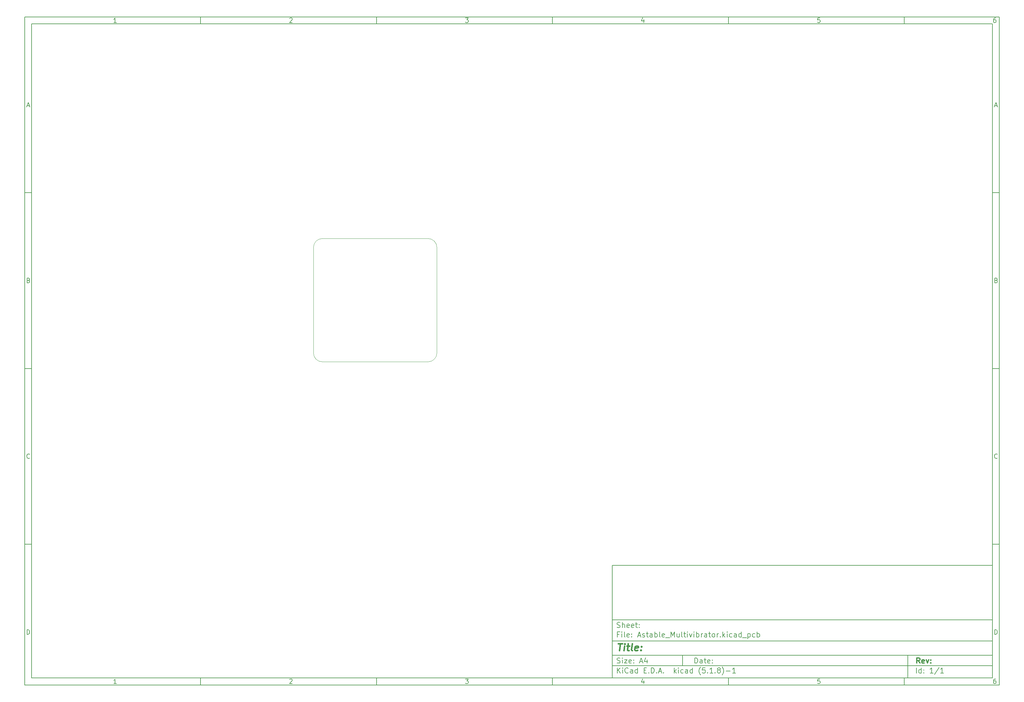
<source format=gm1>
%TF.GenerationSoftware,KiCad,Pcbnew,(5.1.8)-1*%
%TF.CreationDate,2021-07-18T16:23:35-07:00*%
%TF.ProjectId,Astable_Multivibrator,41737461-626c-4655-9f4d-756c74697669,rev?*%
%TF.SameCoordinates,Original*%
%TF.FileFunction,Profile,NP*%
%FSLAX46Y46*%
G04 Gerber Fmt 4.6, Leading zero omitted, Abs format (unit mm)*
G04 Created by KiCad (PCBNEW (5.1.8)-1) date 2021-07-18 16:23:35*
%MOMM*%
%LPD*%
G01*
G04 APERTURE LIST*
%ADD10C,0.100000*%
%ADD11C,0.150000*%
%ADD12C,0.300000*%
%ADD13C,0.400000*%
%TA.AperFunction,Profile*%
%ADD14C,0.050000*%
%TD*%
G04 APERTURE END LIST*
D10*
D11*
X177002200Y-166007200D02*
X177002200Y-198007200D01*
X285002200Y-198007200D01*
X285002200Y-166007200D01*
X177002200Y-166007200D01*
D10*
D11*
X10000000Y-10000000D02*
X10000000Y-200007200D01*
X287002200Y-200007200D01*
X287002200Y-10000000D01*
X10000000Y-10000000D01*
D10*
D11*
X12000000Y-12000000D02*
X12000000Y-198007200D01*
X285002200Y-198007200D01*
X285002200Y-12000000D01*
X12000000Y-12000000D01*
D10*
D11*
X60000000Y-12000000D02*
X60000000Y-10000000D01*
D10*
D11*
X110000000Y-12000000D02*
X110000000Y-10000000D01*
D10*
D11*
X160000000Y-12000000D02*
X160000000Y-10000000D01*
D10*
D11*
X210000000Y-12000000D02*
X210000000Y-10000000D01*
D10*
D11*
X260000000Y-12000000D02*
X260000000Y-10000000D01*
D10*
D11*
X36065476Y-11588095D02*
X35322619Y-11588095D01*
X35694047Y-11588095D02*
X35694047Y-10288095D01*
X35570238Y-10473809D01*
X35446428Y-10597619D01*
X35322619Y-10659523D01*
D10*
D11*
X85322619Y-10411904D02*
X85384523Y-10350000D01*
X85508333Y-10288095D01*
X85817857Y-10288095D01*
X85941666Y-10350000D01*
X86003571Y-10411904D01*
X86065476Y-10535714D01*
X86065476Y-10659523D01*
X86003571Y-10845238D01*
X85260714Y-11588095D01*
X86065476Y-11588095D01*
D10*
D11*
X135260714Y-10288095D02*
X136065476Y-10288095D01*
X135632142Y-10783333D01*
X135817857Y-10783333D01*
X135941666Y-10845238D01*
X136003571Y-10907142D01*
X136065476Y-11030952D01*
X136065476Y-11340476D01*
X136003571Y-11464285D01*
X135941666Y-11526190D01*
X135817857Y-11588095D01*
X135446428Y-11588095D01*
X135322619Y-11526190D01*
X135260714Y-11464285D01*
D10*
D11*
X185941666Y-10721428D02*
X185941666Y-11588095D01*
X185632142Y-10226190D02*
X185322619Y-11154761D01*
X186127380Y-11154761D01*
D10*
D11*
X236003571Y-10288095D02*
X235384523Y-10288095D01*
X235322619Y-10907142D01*
X235384523Y-10845238D01*
X235508333Y-10783333D01*
X235817857Y-10783333D01*
X235941666Y-10845238D01*
X236003571Y-10907142D01*
X236065476Y-11030952D01*
X236065476Y-11340476D01*
X236003571Y-11464285D01*
X235941666Y-11526190D01*
X235817857Y-11588095D01*
X235508333Y-11588095D01*
X235384523Y-11526190D01*
X235322619Y-11464285D01*
D10*
D11*
X285941666Y-10288095D02*
X285694047Y-10288095D01*
X285570238Y-10350000D01*
X285508333Y-10411904D01*
X285384523Y-10597619D01*
X285322619Y-10845238D01*
X285322619Y-11340476D01*
X285384523Y-11464285D01*
X285446428Y-11526190D01*
X285570238Y-11588095D01*
X285817857Y-11588095D01*
X285941666Y-11526190D01*
X286003571Y-11464285D01*
X286065476Y-11340476D01*
X286065476Y-11030952D01*
X286003571Y-10907142D01*
X285941666Y-10845238D01*
X285817857Y-10783333D01*
X285570238Y-10783333D01*
X285446428Y-10845238D01*
X285384523Y-10907142D01*
X285322619Y-11030952D01*
D10*
D11*
X60000000Y-198007200D02*
X60000000Y-200007200D01*
D10*
D11*
X110000000Y-198007200D02*
X110000000Y-200007200D01*
D10*
D11*
X160000000Y-198007200D02*
X160000000Y-200007200D01*
D10*
D11*
X210000000Y-198007200D02*
X210000000Y-200007200D01*
D10*
D11*
X260000000Y-198007200D02*
X260000000Y-200007200D01*
D10*
D11*
X36065476Y-199595295D02*
X35322619Y-199595295D01*
X35694047Y-199595295D02*
X35694047Y-198295295D01*
X35570238Y-198481009D01*
X35446428Y-198604819D01*
X35322619Y-198666723D01*
D10*
D11*
X85322619Y-198419104D02*
X85384523Y-198357200D01*
X85508333Y-198295295D01*
X85817857Y-198295295D01*
X85941666Y-198357200D01*
X86003571Y-198419104D01*
X86065476Y-198542914D01*
X86065476Y-198666723D01*
X86003571Y-198852438D01*
X85260714Y-199595295D01*
X86065476Y-199595295D01*
D10*
D11*
X135260714Y-198295295D02*
X136065476Y-198295295D01*
X135632142Y-198790533D01*
X135817857Y-198790533D01*
X135941666Y-198852438D01*
X136003571Y-198914342D01*
X136065476Y-199038152D01*
X136065476Y-199347676D01*
X136003571Y-199471485D01*
X135941666Y-199533390D01*
X135817857Y-199595295D01*
X135446428Y-199595295D01*
X135322619Y-199533390D01*
X135260714Y-199471485D01*
D10*
D11*
X185941666Y-198728628D02*
X185941666Y-199595295D01*
X185632142Y-198233390D02*
X185322619Y-199161961D01*
X186127380Y-199161961D01*
D10*
D11*
X236003571Y-198295295D02*
X235384523Y-198295295D01*
X235322619Y-198914342D01*
X235384523Y-198852438D01*
X235508333Y-198790533D01*
X235817857Y-198790533D01*
X235941666Y-198852438D01*
X236003571Y-198914342D01*
X236065476Y-199038152D01*
X236065476Y-199347676D01*
X236003571Y-199471485D01*
X235941666Y-199533390D01*
X235817857Y-199595295D01*
X235508333Y-199595295D01*
X235384523Y-199533390D01*
X235322619Y-199471485D01*
D10*
D11*
X285941666Y-198295295D02*
X285694047Y-198295295D01*
X285570238Y-198357200D01*
X285508333Y-198419104D01*
X285384523Y-198604819D01*
X285322619Y-198852438D01*
X285322619Y-199347676D01*
X285384523Y-199471485D01*
X285446428Y-199533390D01*
X285570238Y-199595295D01*
X285817857Y-199595295D01*
X285941666Y-199533390D01*
X286003571Y-199471485D01*
X286065476Y-199347676D01*
X286065476Y-199038152D01*
X286003571Y-198914342D01*
X285941666Y-198852438D01*
X285817857Y-198790533D01*
X285570238Y-198790533D01*
X285446428Y-198852438D01*
X285384523Y-198914342D01*
X285322619Y-199038152D01*
D10*
D11*
X10000000Y-60000000D02*
X12000000Y-60000000D01*
D10*
D11*
X10000000Y-110000000D02*
X12000000Y-110000000D01*
D10*
D11*
X10000000Y-160000000D02*
X12000000Y-160000000D01*
D10*
D11*
X10690476Y-35216666D02*
X11309523Y-35216666D01*
X10566666Y-35588095D02*
X11000000Y-34288095D01*
X11433333Y-35588095D01*
D10*
D11*
X11092857Y-84907142D02*
X11278571Y-84969047D01*
X11340476Y-85030952D01*
X11402380Y-85154761D01*
X11402380Y-85340476D01*
X11340476Y-85464285D01*
X11278571Y-85526190D01*
X11154761Y-85588095D01*
X10659523Y-85588095D01*
X10659523Y-84288095D01*
X11092857Y-84288095D01*
X11216666Y-84350000D01*
X11278571Y-84411904D01*
X11340476Y-84535714D01*
X11340476Y-84659523D01*
X11278571Y-84783333D01*
X11216666Y-84845238D01*
X11092857Y-84907142D01*
X10659523Y-84907142D01*
D10*
D11*
X11402380Y-135464285D02*
X11340476Y-135526190D01*
X11154761Y-135588095D01*
X11030952Y-135588095D01*
X10845238Y-135526190D01*
X10721428Y-135402380D01*
X10659523Y-135278571D01*
X10597619Y-135030952D01*
X10597619Y-134845238D01*
X10659523Y-134597619D01*
X10721428Y-134473809D01*
X10845238Y-134350000D01*
X11030952Y-134288095D01*
X11154761Y-134288095D01*
X11340476Y-134350000D01*
X11402380Y-134411904D01*
D10*
D11*
X10659523Y-185588095D02*
X10659523Y-184288095D01*
X10969047Y-184288095D01*
X11154761Y-184350000D01*
X11278571Y-184473809D01*
X11340476Y-184597619D01*
X11402380Y-184845238D01*
X11402380Y-185030952D01*
X11340476Y-185278571D01*
X11278571Y-185402380D01*
X11154761Y-185526190D01*
X10969047Y-185588095D01*
X10659523Y-185588095D01*
D10*
D11*
X287002200Y-60000000D02*
X285002200Y-60000000D01*
D10*
D11*
X287002200Y-110000000D02*
X285002200Y-110000000D01*
D10*
D11*
X287002200Y-160000000D02*
X285002200Y-160000000D01*
D10*
D11*
X285692676Y-35216666D02*
X286311723Y-35216666D01*
X285568866Y-35588095D02*
X286002200Y-34288095D01*
X286435533Y-35588095D01*
D10*
D11*
X286095057Y-84907142D02*
X286280771Y-84969047D01*
X286342676Y-85030952D01*
X286404580Y-85154761D01*
X286404580Y-85340476D01*
X286342676Y-85464285D01*
X286280771Y-85526190D01*
X286156961Y-85588095D01*
X285661723Y-85588095D01*
X285661723Y-84288095D01*
X286095057Y-84288095D01*
X286218866Y-84350000D01*
X286280771Y-84411904D01*
X286342676Y-84535714D01*
X286342676Y-84659523D01*
X286280771Y-84783333D01*
X286218866Y-84845238D01*
X286095057Y-84907142D01*
X285661723Y-84907142D01*
D10*
D11*
X286404580Y-135464285D02*
X286342676Y-135526190D01*
X286156961Y-135588095D01*
X286033152Y-135588095D01*
X285847438Y-135526190D01*
X285723628Y-135402380D01*
X285661723Y-135278571D01*
X285599819Y-135030952D01*
X285599819Y-134845238D01*
X285661723Y-134597619D01*
X285723628Y-134473809D01*
X285847438Y-134350000D01*
X286033152Y-134288095D01*
X286156961Y-134288095D01*
X286342676Y-134350000D01*
X286404580Y-134411904D01*
D10*
D11*
X285661723Y-185588095D02*
X285661723Y-184288095D01*
X285971247Y-184288095D01*
X286156961Y-184350000D01*
X286280771Y-184473809D01*
X286342676Y-184597619D01*
X286404580Y-184845238D01*
X286404580Y-185030952D01*
X286342676Y-185278571D01*
X286280771Y-185402380D01*
X286156961Y-185526190D01*
X285971247Y-185588095D01*
X285661723Y-185588095D01*
D10*
D11*
X200434342Y-193785771D02*
X200434342Y-192285771D01*
X200791485Y-192285771D01*
X201005771Y-192357200D01*
X201148628Y-192500057D01*
X201220057Y-192642914D01*
X201291485Y-192928628D01*
X201291485Y-193142914D01*
X201220057Y-193428628D01*
X201148628Y-193571485D01*
X201005771Y-193714342D01*
X200791485Y-193785771D01*
X200434342Y-193785771D01*
X202577200Y-193785771D02*
X202577200Y-193000057D01*
X202505771Y-192857200D01*
X202362914Y-192785771D01*
X202077200Y-192785771D01*
X201934342Y-192857200D01*
X202577200Y-193714342D02*
X202434342Y-193785771D01*
X202077200Y-193785771D01*
X201934342Y-193714342D01*
X201862914Y-193571485D01*
X201862914Y-193428628D01*
X201934342Y-193285771D01*
X202077200Y-193214342D01*
X202434342Y-193214342D01*
X202577200Y-193142914D01*
X203077200Y-192785771D02*
X203648628Y-192785771D01*
X203291485Y-192285771D02*
X203291485Y-193571485D01*
X203362914Y-193714342D01*
X203505771Y-193785771D01*
X203648628Y-193785771D01*
X204720057Y-193714342D02*
X204577200Y-193785771D01*
X204291485Y-193785771D01*
X204148628Y-193714342D01*
X204077200Y-193571485D01*
X204077200Y-193000057D01*
X204148628Y-192857200D01*
X204291485Y-192785771D01*
X204577200Y-192785771D01*
X204720057Y-192857200D01*
X204791485Y-193000057D01*
X204791485Y-193142914D01*
X204077200Y-193285771D01*
X205434342Y-193642914D02*
X205505771Y-193714342D01*
X205434342Y-193785771D01*
X205362914Y-193714342D01*
X205434342Y-193642914D01*
X205434342Y-193785771D01*
X205434342Y-192857200D02*
X205505771Y-192928628D01*
X205434342Y-193000057D01*
X205362914Y-192928628D01*
X205434342Y-192857200D01*
X205434342Y-193000057D01*
D10*
D11*
X177002200Y-194507200D02*
X285002200Y-194507200D01*
D10*
D11*
X178434342Y-196585771D02*
X178434342Y-195085771D01*
X179291485Y-196585771D02*
X178648628Y-195728628D01*
X179291485Y-195085771D02*
X178434342Y-195942914D01*
X179934342Y-196585771D02*
X179934342Y-195585771D01*
X179934342Y-195085771D02*
X179862914Y-195157200D01*
X179934342Y-195228628D01*
X180005771Y-195157200D01*
X179934342Y-195085771D01*
X179934342Y-195228628D01*
X181505771Y-196442914D02*
X181434342Y-196514342D01*
X181220057Y-196585771D01*
X181077200Y-196585771D01*
X180862914Y-196514342D01*
X180720057Y-196371485D01*
X180648628Y-196228628D01*
X180577200Y-195942914D01*
X180577200Y-195728628D01*
X180648628Y-195442914D01*
X180720057Y-195300057D01*
X180862914Y-195157200D01*
X181077200Y-195085771D01*
X181220057Y-195085771D01*
X181434342Y-195157200D01*
X181505771Y-195228628D01*
X182791485Y-196585771D02*
X182791485Y-195800057D01*
X182720057Y-195657200D01*
X182577200Y-195585771D01*
X182291485Y-195585771D01*
X182148628Y-195657200D01*
X182791485Y-196514342D02*
X182648628Y-196585771D01*
X182291485Y-196585771D01*
X182148628Y-196514342D01*
X182077200Y-196371485D01*
X182077200Y-196228628D01*
X182148628Y-196085771D01*
X182291485Y-196014342D01*
X182648628Y-196014342D01*
X182791485Y-195942914D01*
X184148628Y-196585771D02*
X184148628Y-195085771D01*
X184148628Y-196514342D02*
X184005771Y-196585771D01*
X183720057Y-196585771D01*
X183577200Y-196514342D01*
X183505771Y-196442914D01*
X183434342Y-196300057D01*
X183434342Y-195871485D01*
X183505771Y-195728628D01*
X183577200Y-195657200D01*
X183720057Y-195585771D01*
X184005771Y-195585771D01*
X184148628Y-195657200D01*
X186005771Y-195800057D02*
X186505771Y-195800057D01*
X186720057Y-196585771D02*
X186005771Y-196585771D01*
X186005771Y-195085771D01*
X186720057Y-195085771D01*
X187362914Y-196442914D02*
X187434342Y-196514342D01*
X187362914Y-196585771D01*
X187291485Y-196514342D01*
X187362914Y-196442914D01*
X187362914Y-196585771D01*
X188077200Y-196585771D02*
X188077200Y-195085771D01*
X188434342Y-195085771D01*
X188648628Y-195157200D01*
X188791485Y-195300057D01*
X188862914Y-195442914D01*
X188934342Y-195728628D01*
X188934342Y-195942914D01*
X188862914Y-196228628D01*
X188791485Y-196371485D01*
X188648628Y-196514342D01*
X188434342Y-196585771D01*
X188077200Y-196585771D01*
X189577200Y-196442914D02*
X189648628Y-196514342D01*
X189577200Y-196585771D01*
X189505771Y-196514342D01*
X189577200Y-196442914D01*
X189577200Y-196585771D01*
X190220057Y-196157200D02*
X190934342Y-196157200D01*
X190077200Y-196585771D02*
X190577200Y-195085771D01*
X191077200Y-196585771D01*
X191577200Y-196442914D02*
X191648628Y-196514342D01*
X191577200Y-196585771D01*
X191505771Y-196514342D01*
X191577200Y-196442914D01*
X191577200Y-196585771D01*
X194577200Y-196585771D02*
X194577200Y-195085771D01*
X194720057Y-196014342D02*
X195148628Y-196585771D01*
X195148628Y-195585771D02*
X194577200Y-196157200D01*
X195791485Y-196585771D02*
X195791485Y-195585771D01*
X195791485Y-195085771D02*
X195720057Y-195157200D01*
X195791485Y-195228628D01*
X195862914Y-195157200D01*
X195791485Y-195085771D01*
X195791485Y-195228628D01*
X197148628Y-196514342D02*
X197005771Y-196585771D01*
X196720057Y-196585771D01*
X196577200Y-196514342D01*
X196505771Y-196442914D01*
X196434342Y-196300057D01*
X196434342Y-195871485D01*
X196505771Y-195728628D01*
X196577200Y-195657200D01*
X196720057Y-195585771D01*
X197005771Y-195585771D01*
X197148628Y-195657200D01*
X198434342Y-196585771D02*
X198434342Y-195800057D01*
X198362914Y-195657200D01*
X198220057Y-195585771D01*
X197934342Y-195585771D01*
X197791485Y-195657200D01*
X198434342Y-196514342D02*
X198291485Y-196585771D01*
X197934342Y-196585771D01*
X197791485Y-196514342D01*
X197720057Y-196371485D01*
X197720057Y-196228628D01*
X197791485Y-196085771D01*
X197934342Y-196014342D01*
X198291485Y-196014342D01*
X198434342Y-195942914D01*
X199791485Y-196585771D02*
X199791485Y-195085771D01*
X199791485Y-196514342D02*
X199648628Y-196585771D01*
X199362914Y-196585771D01*
X199220057Y-196514342D01*
X199148628Y-196442914D01*
X199077200Y-196300057D01*
X199077200Y-195871485D01*
X199148628Y-195728628D01*
X199220057Y-195657200D01*
X199362914Y-195585771D01*
X199648628Y-195585771D01*
X199791485Y-195657200D01*
X202077200Y-197157200D02*
X202005771Y-197085771D01*
X201862914Y-196871485D01*
X201791485Y-196728628D01*
X201720057Y-196514342D01*
X201648628Y-196157200D01*
X201648628Y-195871485D01*
X201720057Y-195514342D01*
X201791485Y-195300057D01*
X201862914Y-195157200D01*
X202005771Y-194942914D01*
X202077200Y-194871485D01*
X203362914Y-195085771D02*
X202648628Y-195085771D01*
X202577200Y-195800057D01*
X202648628Y-195728628D01*
X202791485Y-195657200D01*
X203148628Y-195657200D01*
X203291485Y-195728628D01*
X203362914Y-195800057D01*
X203434342Y-195942914D01*
X203434342Y-196300057D01*
X203362914Y-196442914D01*
X203291485Y-196514342D01*
X203148628Y-196585771D01*
X202791485Y-196585771D01*
X202648628Y-196514342D01*
X202577200Y-196442914D01*
X204077200Y-196442914D02*
X204148628Y-196514342D01*
X204077200Y-196585771D01*
X204005771Y-196514342D01*
X204077200Y-196442914D01*
X204077200Y-196585771D01*
X205577200Y-196585771D02*
X204720057Y-196585771D01*
X205148628Y-196585771D02*
X205148628Y-195085771D01*
X205005771Y-195300057D01*
X204862914Y-195442914D01*
X204720057Y-195514342D01*
X206220057Y-196442914D02*
X206291485Y-196514342D01*
X206220057Y-196585771D01*
X206148628Y-196514342D01*
X206220057Y-196442914D01*
X206220057Y-196585771D01*
X207148628Y-195728628D02*
X207005771Y-195657200D01*
X206934342Y-195585771D01*
X206862914Y-195442914D01*
X206862914Y-195371485D01*
X206934342Y-195228628D01*
X207005771Y-195157200D01*
X207148628Y-195085771D01*
X207434342Y-195085771D01*
X207577200Y-195157200D01*
X207648628Y-195228628D01*
X207720057Y-195371485D01*
X207720057Y-195442914D01*
X207648628Y-195585771D01*
X207577200Y-195657200D01*
X207434342Y-195728628D01*
X207148628Y-195728628D01*
X207005771Y-195800057D01*
X206934342Y-195871485D01*
X206862914Y-196014342D01*
X206862914Y-196300057D01*
X206934342Y-196442914D01*
X207005771Y-196514342D01*
X207148628Y-196585771D01*
X207434342Y-196585771D01*
X207577200Y-196514342D01*
X207648628Y-196442914D01*
X207720057Y-196300057D01*
X207720057Y-196014342D01*
X207648628Y-195871485D01*
X207577200Y-195800057D01*
X207434342Y-195728628D01*
X208220057Y-197157200D02*
X208291485Y-197085771D01*
X208434342Y-196871485D01*
X208505771Y-196728628D01*
X208577200Y-196514342D01*
X208648628Y-196157200D01*
X208648628Y-195871485D01*
X208577200Y-195514342D01*
X208505771Y-195300057D01*
X208434342Y-195157200D01*
X208291485Y-194942914D01*
X208220057Y-194871485D01*
X209362914Y-196014342D02*
X210505771Y-196014342D01*
X212005771Y-196585771D02*
X211148628Y-196585771D01*
X211577200Y-196585771D02*
X211577200Y-195085771D01*
X211434342Y-195300057D01*
X211291485Y-195442914D01*
X211148628Y-195514342D01*
D10*
D11*
X177002200Y-191507200D02*
X285002200Y-191507200D01*
D10*
D12*
X264411485Y-193785771D02*
X263911485Y-193071485D01*
X263554342Y-193785771D02*
X263554342Y-192285771D01*
X264125771Y-192285771D01*
X264268628Y-192357200D01*
X264340057Y-192428628D01*
X264411485Y-192571485D01*
X264411485Y-192785771D01*
X264340057Y-192928628D01*
X264268628Y-193000057D01*
X264125771Y-193071485D01*
X263554342Y-193071485D01*
X265625771Y-193714342D02*
X265482914Y-193785771D01*
X265197200Y-193785771D01*
X265054342Y-193714342D01*
X264982914Y-193571485D01*
X264982914Y-193000057D01*
X265054342Y-192857200D01*
X265197200Y-192785771D01*
X265482914Y-192785771D01*
X265625771Y-192857200D01*
X265697200Y-193000057D01*
X265697200Y-193142914D01*
X264982914Y-193285771D01*
X266197200Y-192785771D02*
X266554342Y-193785771D01*
X266911485Y-192785771D01*
X267482914Y-193642914D02*
X267554342Y-193714342D01*
X267482914Y-193785771D01*
X267411485Y-193714342D01*
X267482914Y-193642914D01*
X267482914Y-193785771D01*
X267482914Y-192857200D02*
X267554342Y-192928628D01*
X267482914Y-193000057D01*
X267411485Y-192928628D01*
X267482914Y-192857200D01*
X267482914Y-193000057D01*
D10*
D11*
X178362914Y-193714342D02*
X178577200Y-193785771D01*
X178934342Y-193785771D01*
X179077200Y-193714342D01*
X179148628Y-193642914D01*
X179220057Y-193500057D01*
X179220057Y-193357200D01*
X179148628Y-193214342D01*
X179077200Y-193142914D01*
X178934342Y-193071485D01*
X178648628Y-193000057D01*
X178505771Y-192928628D01*
X178434342Y-192857200D01*
X178362914Y-192714342D01*
X178362914Y-192571485D01*
X178434342Y-192428628D01*
X178505771Y-192357200D01*
X178648628Y-192285771D01*
X179005771Y-192285771D01*
X179220057Y-192357200D01*
X179862914Y-193785771D02*
X179862914Y-192785771D01*
X179862914Y-192285771D02*
X179791485Y-192357200D01*
X179862914Y-192428628D01*
X179934342Y-192357200D01*
X179862914Y-192285771D01*
X179862914Y-192428628D01*
X180434342Y-192785771D02*
X181220057Y-192785771D01*
X180434342Y-193785771D01*
X181220057Y-193785771D01*
X182362914Y-193714342D02*
X182220057Y-193785771D01*
X181934342Y-193785771D01*
X181791485Y-193714342D01*
X181720057Y-193571485D01*
X181720057Y-193000057D01*
X181791485Y-192857200D01*
X181934342Y-192785771D01*
X182220057Y-192785771D01*
X182362914Y-192857200D01*
X182434342Y-193000057D01*
X182434342Y-193142914D01*
X181720057Y-193285771D01*
X183077200Y-193642914D02*
X183148628Y-193714342D01*
X183077200Y-193785771D01*
X183005771Y-193714342D01*
X183077200Y-193642914D01*
X183077200Y-193785771D01*
X183077200Y-192857200D02*
X183148628Y-192928628D01*
X183077200Y-193000057D01*
X183005771Y-192928628D01*
X183077200Y-192857200D01*
X183077200Y-193000057D01*
X184862914Y-193357200D02*
X185577200Y-193357200D01*
X184720057Y-193785771D02*
X185220057Y-192285771D01*
X185720057Y-193785771D01*
X186862914Y-192785771D02*
X186862914Y-193785771D01*
X186505771Y-192214342D02*
X186148628Y-193285771D01*
X187077200Y-193285771D01*
D10*
D11*
X263434342Y-196585771D02*
X263434342Y-195085771D01*
X264791485Y-196585771D02*
X264791485Y-195085771D01*
X264791485Y-196514342D02*
X264648628Y-196585771D01*
X264362914Y-196585771D01*
X264220057Y-196514342D01*
X264148628Y-196442914D01*
X264077200Y-196300057D01*
X264077200Y-195871485D01*
X264148628Y-195728628D01*
X264220057Y-195657200D01*
X264362914Y-195585771D01*
X264648628Y-195585771D01*
X264791485Y-195657200D01*
X265505771Y-196442914D02*
X265577200Y-196514342D01*
X265505771Y-196585771D01*
X265434342Y-196514342D01*
X265505771Y-196442914D01*
X265505771Y-196585771D01*
X265505771Y-195657200D02*
X265577200Y-195728628D01*
X265505771Y-195800057D01*
X265434342Y-195728628D01*
X265505771Y-195657200D01*
X265505771Y-195800057D01*
X268148628Y-196585771D02*
X267291485Y-196585771D01*
X267720057Y-196585771D02*
X267720057Y-195085771D01*
X267577200Y-195300057D01*
X267434342Y-195442914D01*
X267291485Y-195514342D01*
X269862914Y-195014342D02*
X268577200Y-196942914D01*
X271148628Y-196585771D02*
X270291485Y-196585771D01*
X270720057Y-196585771D02*
X270720057Y-195085771D01*
X270577200Y-195300057D01*
X270434342Y-195442914D01*
X270291485Y-195514342D01*
D10*
D11*
X177002200Y-187507200D02*
X285002200Y-187507200D01*
D10*
D13*
X178714580Y-188211961D02*
X179857438Y-188211961D01*
X179036009Y-190211961D02*
X179286009Y-188211961D01*
X180274104Y-190211961D02*
X180440771Y-188878628D01*
X180524104Y-188211961D02*
X180416961Y-188307200D01*
X180500295Y-188402438D01*
X180607438Y-188307200D01*
X180524104Y-188211961D01*
X180500295Y-188402438D01*
X181107438Y-188878628D02*
X181869342Y-188878628D01*
X181476485Y-188211961D02*
X181262200Y-189926247D01*
X181333628Y-190116723D01*
X181512200Y-190211961D01*
X181702676Y-190211961D01*
X182655057Y-190211961D02*
X182476485Y-190116723D01*
X182405057Y-189926247D01*
X182619342Y-188211961D01*
X184190771Y-190116723D02*
X183988390Y-190211961D01*
X183607438Y-190211961D01*
X183428866Y-190116723D01*
X183357438Y-189926247D01*
X183452676Y-189164342D01*
X183571723Y-188973866D01*
X183774104Y-188878628D01*
X184155057Y-188878628D01*
X184333628Y-188973866D01*
X184405057Y-189164342D01*
X184381247Y-189354819D01*
X183405057Y-189545295D01*
X185155057Y-190021485D02*
X185238390Y-190116723D01*
X185131247Y-190211961D01*
X185047914Y-190116723D01*
X185155057Y-190021485D01*
X185131247Y-190211961D01*
X185286009Y-188973866D02*
X185369342Y-189069104D01*
X185262200Y-189164342D01*
X185178866Y-189069104D01*
X185286009Y-188973866D01*
X185262200Y-189164342D01*
D10*
D11*
X178934342Y-185600057D02*
X178434342Y-185600057D01*
X178434342Y-186385771D02*
X178434342Y-184885771D01*
X179148628Y-184885771D01*
X179720057Y-186385771D02*
X179720057Y-185385771D01*
X179720057Y-184885771D02*
X179648628Y-184957200D01*
X179720057Y-185028628D01*
X179791485Y-184957200D01*
X179720057Y-184885771D01*
X179720057Y-185028628D01*
X180648628Y-186385771D02*
X180505771Y-186314342D01*
X180434342Y-186171485D01*
X180434342Y-184885771D01*
X181791485Y-186314342D02*
X181648628Y-186385771D01*
X181362914Y-186385771D01*
X181220057Y-186314342D01*
X181148628Y-186171485D01*
X181148628Y-185600057D01*
X181220057Y-185457200D01*
X181362914Y-185385771D01*
X181648628Y-185385771D01*
X181791485Y-185457200D01*
X181862914Y-185600057D01*
X181862914Y-185742914D01*
X181148628Y-185885771D01*
X182505771Y-186242914D02*
X182577200Y-186314342D01*
X182505771Y-186385771D01*
X182434342Y-186314342D01*
X182505771Y-186242914D01*
X182505771Y-186385771D01*
X182505771Y-185457200D02*
X182577200Y-185528628D01*
X182505771Y-185600057D01*
X182434342Y-185528628D01*
X182505771Y-185457200D01*
X182505771Y-185600057D01*
X184291485Y-185957200D02*
X185005771Y-185957200D01*
X184148628Y-186385771D02*
X184648628Y-184885771D01*
X185148628Y-186385771D01*
X185577200Y-186314342D02*
X185720057Y-186385771D01*
X186005771Y-186385771D01*
X186148628Y-186314342D01*
X186220057Y-186171485D01*
X186220057Y-186100057D01*
X186148628Y-185957200D01*
X186005771Y-185885771D01*
X185791485Y-185885771D01*
X185648628Y-185814342D01*
X185577200Y-185671485D01*
X185577200Y-185600057D01*
X185648628Y-185457200D01*
X185791485Y-185385771D01*
X186005771Y-185385771D01*
X186148628Y-185457200D01*
X186648628Y-185385771D02*
X187220057Y-185385771D01*
X186862914Y-184885771D02*
X186862914Y-186171485D01*
X186934342Y-186314342D01*
X187077200Y-186385771D01*
X187220057Y-186385771D01*
X188362914Y-186385771D02*
X188362914Y-185600057D01*
X188291485Y-185457200D01*
X188148628Y-185385771D01*
X187862914Y-185385771D01*
X187720057Y-185457200D01*
X188362914Y-186314342D02*
X188220057Y-186385771D01*
X187862914Y-186385771D01*
X187720057Y-186314342D01*
X187648628Y-186171485D01*
X187648628Y-186028628D01*
X187720057Y-185885771D01*
X187862914Y-185814342D01*
X188220057Y-185814342D01*
X188362914Y-185742914D01*
X189077200Y-186385771D02*
X189077200Y-184885771D01*
X189077200Y-185457200D02*
X189220057Y-185385771D01*
X189505771Y-185385771D01*
X189648628Y-185457200D01*
X189720057Y-185528628D01*
X189791485Y-185671485D01*
X189791485Y-186100057D01*
X189720057Y-186242914D01*
X189648628Y-186314342D01*
X189505771Y-186385771D01*
X189220057Y-186385771D01*
X189077200Y-186314342D01*
X190648628Y-186385771D02*
X190505771Y-186314342D01*
X190434342Y-186171485D01*
X190434342Y-184885771D01*
X191791485Y-186314342D02*
X191648628Y-186385771D01*
X191362914Y-186385771D01*
X191220057Y-186314342D01*
X191148628Y-186171485D01*
X191148628Y-185600057D01*
X191220057Y-185457200D01*
X191362914Y-185385771D01*
X191648628Y-185385771D01*
X191791485Y-185457200D01*
X191862914Y-185600057D01*
X191862914Y-185742914D01*
X191148628Y-185885771D01*
X192148628Y-186528628D02*
X193291485Y-186528628D01*
X193648628Y-186385771D02*
X193648628Y-184885771D01*
X194148628Y-185957200D01*
X194648628Y-184885771D01*
X194648628Y-186385771D01*
X196005771Y-185385771D02*
X196005771Y-186385771D01*
X195362914Y-185385771D02*
X195362914Y-186171485D01*
X195434342Y-186314342D01*
X195577200Y-186385771D01*
X195791485Y-186385771D01*
X195934342Y-186314342D01*
X196005771Y-186242914D01*
X196934342Y-186385771D02*
X196791485Y-186314342D01*
X196720057Y-186171485D01*
X196720057Y-184885771D01*
X197291485Y-185385771D02*
X197862914Y-185385771D01*
X197505771Y-184885771D02*
X197505771Y-186171485D01*
X197577200Y-186314342D01*
X197720057Y-186385771D01*
X197862914Y-186385771D01*
X198362914Y-186385771D02*
X198362914Y-185385771D01*
X198362914Y-184885771D02*
X198291485Y-184957200D01*
X198362914Y-185028628D01*
X198434342Y-184957200D01*
X198362914Y-184885771D01*
X198362914Y-185028628D01*
X198934342Y-185385771D02*
X199291485Y-186385771D01*
X199648628Y-185385771D01*
X200220057Y-186385771D02*
X200220057Y-185385771D01*
X200220057Y-184885771D02*
X200148628Y-184957200D01*
X200220057Y-185028628D01*
X200291485Y-184957200D01*
X200220057Y-184885771D01*
X200220057Y-185028628D01*
X200934342Y-186385771D02*
X200934342Y-184885771D01*
X200934342Y-185457200D02*
X201077200Y-185385771D01*
X201362914Y-185385771D01*
X201505771Y-185457200D01*
X201577200Y-185528628D01*
X201648628Y-185671485D01*
X201648628Y-186100057D01*
X201577200Y-186242914D01*
X201505771Y-186314342D01*
X201362914Y-186385771D01*
X201077200Y-186385771D01*
X200934342Y-186314342D01*
X202291485Y-186385771D02*
X202291485Y-185385771D01*
X202291485Y-185671485D02*
X202362914Y-185528628D01*
X202434342Y-185457200D01*
X202577200Y-185385771D01*
X202720057Y-185385771D01*
X203862914Y-186385771D02*
X203862914Y-185600057D01*
X203791485Y-185457200D01*
X203648628Y-185385771D01*
X203362914Y-185385771D01*
X203220057Y-185457200D01*
X203862914Y-186314342D02*
X203720057Y-186385771D01*
X203362914Y-186385771D01*
X203220057Y-186314342D01*
X203148628Y-186171485D01*
X203148628Y-186028628D01*
X203220057Y-185885771D01*
X203362914Y-185814342D01*
X203720057Y-185814342D01*
X203862914Y-185742914D01*
X204362914Y-185385771D02*
X204934342Y-185385771D01*
X204577200Y-184885771D02*
X204577200Y-186171485D01*
X204648628Y-186314342D01*
X204791485Y-186385771D01*
X204934342Y-186385771D01*
X205648628Y-186385771D02*
X205505771Y-186314342D01*
X205434342Y-186242914D01*
X205362914Y-186100057D01*
X205362914Y-185671485D01*
X205434342Y-185528628D01*
X205505771Y-185457200D01*
X205648628Y-185385771D01*
X205862914Y-185385771D01*
X206005771Y-185457200D01*
X206077200Y-185528628D01*
X206148628Y-185671485D01*
X206148628Y-186100057D01*
X206077200Y-186242914D01*
X206005771Y-186314342D01*
X205862914Y-186385771D01*
X205648628Y-186385771D01*
X206791485Y-186385771D02*
X206791485Y-185385771D01*
X206791485Y-185671485D02*
X206862914Y-185528628D01*
X206934342Y-185457200D01*
X207077200Y-185385771D01*
X207220057Y-185385771D01*
X207720057Y-186242914D02*
X207791485Y-186314342D01*
X207720057Y-186385771D01*
X207648628Y-186314342D01*
X207720057Y-186242914D01*
X207720057Y-186385771D01*
X208434342Y-186385771D02*
X208434342Y-184885771D01*
X208577200Y-185814342D02*
X209005771Y-186385771D01*
X209005771Y-185385771D02*
X208434342Y-185957200D01*
X209648628Y-186385771D02*
X209648628Y-185385771D01*
X209648628Y-184885771D02*
X209577200Y-184957200D01*
X209648628Y-185028628D01*
X209720057Y-184957200D01*
X209648628Y-184885771D01*
X209648628Y-185028628D01*
X211005771Y-186314342D02*
X210862914Y-186385771D01*
X210577200Y-186385771D01*
X210434342Y-186314342D01*
X210362914Y-186242914D01*
X210291485Y-186100057D01*
X210291485Y-185671485D01*
X210362914Y-185528628D01*
X210434342Y-185457200D01*
X210577200Y-185385771D01*
X210862914Y-185385771D01*
X211005771Y-185457200D01*
X212291485Y-186385771D02*
X212291485Y-185600057D01*
X212220057Y-185457200D01*
X212077200Y-185385771D01*
X211791485Y-185385771D01*
X211648628Y-185457200D01*
X212291485Y-186314342D02*
X212148628Y-186385771D01*
X211791485Y-186385771D01*
X211648628Y-186314342D01*
X211577200Y-186171485D01*
X211577200Y-186028628D01*
X211648628Y-185885771D01*
X211791485Y-185814342D01*
X212148628Y-185814342D01*
X212291485Y-185742914D01*
X213648628Y-186385771D02*
X213648628Y-184885771D01*
X213648628Y-186314342D02*
X213505771Y-186385771D01*
X213220057Y-186385771D01*
X213077200Y-186314342D01*
X213005771Y-186242914D01*
X212934342Y-186100057D01*
X212934342Y-185671485D01*
X213005771Y-185528628D01*
X213077200Y-185457200D01*
X213220057Y-185385771D01*
X213505771Y-185385771D01*
X213648628Y-185457200D01*
X214005771Y-186528628D02*
X215148628Y-186528628D01*
X215505771Y-185385771D02*
X215505771Y-186885771D01*
X215505771Y-185457200D02*
X215648628Y-185385771D01*
X215934342Y-185385771D01*
X216077200Y-185457200D01*
X216148628Y-185528628D01*
X216220057Y-185671485D01*
X216220057Y-186100057D01*
X216148628Y-186242914D01*
X216077200Y-186314342D01*
X215934342Y-186385771D01*
X215648628Y-186385771D01*
X215505771Y-186314342D01*
X217505771Y-186314342D02*
X217362914Y-186385771D01*
X217077200Y-186385771D01*
X216934342Y-186314342D01*
X216862914Y-186242914D01*
X216791485Y-186100057D01*
X216791485Y-185671485D01*
X216862914Y-185528628D01*
X216934342Y-185457200D01*
X217077200Y-185385771D01*
X217362914Y-185385771D01*
X217505771Y-185457200D01*
X218148628Y-186385771D02*
X218148628Y-184885771D01*
X218148628Y-185457200D02*
X218291485Y-185385771D01*
X218577200Y-185385771D01*
X218720057Y-185457200D01*
X218791485Y-185528628D01*
X218862914Y-185671485D01*
X218862914Y-186100057D01*
X218791485Y-186242914D01*
X218720057Y-186314342D01*
X218577200Y-186385771D01*
X218291485Y-186385771D01*
X218148628Y-186314342D01*
D10*
D11*
X177002200Y-181507200D02*
X285002200Y-181507200D01*
D10*
D11*
X178362914Y-183614342D02*
X178577200Y-183685771D01*
X178934342Y-183685771D01*
X179077200Y-183614342D01*
X179148628Y-183542914D01*
X179220057Y-183400057D01*
X179220057Y-183257200D01*
X179148628Y-183114342D01*
X179077200Y-183042914D01*
X178934342Y-182971485D01*
X178648628Y-182900057D01*
X178505771Y-182828628D01*
X178434342Y-182757200D01*
X178362914Y-182614342D01*
X178362914Y-182471485D01*
X178434342Y-182328628D01*
X178505771Y-182257200D01*
X178648628Y-182185771D01*
X179005771Y-182185771D01*
X179220057Y-182257200D01*
X179862914Y-183685771D02*
X179862914Y-182185771D01*
X180505771Y-183685771D02*
X180505771Y-182900057D01*
X180434342Y-182757200D01*
X180291485Y-182685771D01*
X180077200Y-182685771D01*
X179934342Y-182757200D01*
X179862914Y-182828628D01*
X181791485Y-183614342D02*
X181648628Y-183685771D01*
X181362914Y-183685771D01*
X181220057Y-183614342D01*
X181148628Y-183471485D01*
X181148628Y-182900057D01*
X181220057Y-182757200D01*
X181362914Y-182685771D01*
X181648628Y-182685771D01*
X181791485Y-182757200D01*
X181862914Y-182900057D01*
X181862914Y-183042914D01*
X181148628Y-183185771D01*
X183077200Y-183614342D02*
X182934342Y-183685771D01*
X182648628Y-183685771D01*
X182505771Y-183614342D01*
X182434342Y-183471485D01*
X182434342Y-182900057D01*
X182505771Y-182757200D01*
X182648628Y-182685771D01*
X182934342Y-182685771D01*
X183077200Y-182757200D01*
X183148628Y-182900057D01*
X183148628Y-183042914D01*
X182434342Y-183185771D01*
X183577200Y-182685771D02*
X184148628Y-182685771D01*
X183791485Y-182185771D02*
X183791485Y-183471485D01*
X183862914Y-183614342D01*
X184005771Y-183685771D01*
X184148628Y-183685771D01*
X184648628Y-183542914D02*
X184720057Y-183614342D01*
X184648628Y-183685771D01*
X184577200Y-183614342D01*
X184648628Y-183542914D01*
X184648628Y-183685771D01*
X184648628Y-182757200D02*
X184720057Y-182828628D01*
X184648628Y-182900057D01*
X184577200Y-182828628D01*
X184648628Y-182757200D01*
X184648628Y-182900057D01*
D10*
D11*
X197002200Y-191507200D02*
X197002200Y-194507200D01*
D10*
D11*
X261002200Y-191507200D02*
X261002200Y-198007200D01*
D14*
X94615000Y-73025000D02*
X124615000Y-73025000D01*
X92075000Y-105565000D02*
X92075000Y-75565000D01*
X124615000Y-108105000D02*
X94615000Y-108105000D01*
X127155000Y-75565000D02*
X127155000Y-105565000D01*
X124615000Y-73025000D02*
G75*
G02*
X127155000Y-75565000I0J-2540000D01*
G01*
X127155000Y-105565000D02*
G75*
G02*
X124615000Y-108105000I-2540000J0D01*
G01*
X94615000Y-108105000D02*
G75*
G02*
X92075000Y-105565000I0J2540000D01*
G01*
X92075000Y-75565000D02*
G75*
G02*
X94615000Y-73025000I2540000J0D01*
G01*
M02*

</source>
